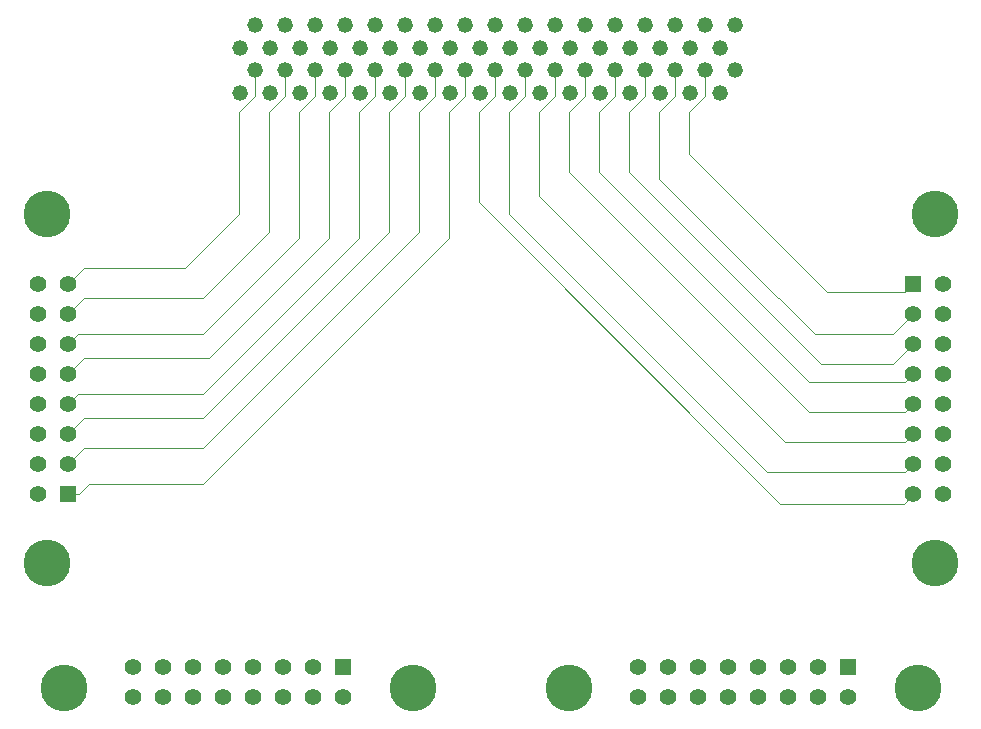
<source format=gbr>
%TF.GenerationSoftware,KiCad,Pcbnew,7.0.5-0*%
%TF.CreationDate,2023-07-18T13:45:42-04:00*%
%TF.ProjectId,quad_sipm,71756164-5f73-4697-906d-2e6b69636164,rev?*%
%TF.SameCoordinates,Original*%
%TF.FileFunction,Copper,L2,Inr*%
%TF.FilePolarity,Positive*%
%FSLAX46Y46*%
G04 Gerber Fmt 4.6, Leading zero omitted, Abs format (unit mm)*
G04 Created by KiCad (PCBNEW 7.0.5-0) date 2023-07-18 13:45:42*
%MOMM*%
%LPD*%
G01*
G04 APERTURE LIST*
%TA.AperFunction,ComponentPad*%
%ADD10R,1.397000X1.397000*%
%TD*%
%TA.AperFunction,ComponentPad*%
%ADD11C,1.397000*%
%TD*%
%TA.AperFunction,ComponentPad*%
%ADD12C,3.962400*%
%TD*%
%TA.AperFunction,ComponentPad*%
%ADD13C,1.320800*%
%TD*%
%TA.AperFunction,Conductor*%
%ADD14C,0.068580*%
%TD*%
G04 APERTURE END LIST*
D10*
%TO.N,/31-*%
%TO.C,U3*%
X130352800Y-116052600D03*
D11*
%TO.N,/31+*%
X130352800Y-118592600D03*
%TO.N,/30-*%
X127812800Y-116052600D03*
%TO.N,/30+*%
X127812800Y-118592600D03*
%TO.N,/29-*%
X125272800Y-116052600D03*
%TO.N,/29+*%
X125272800Y-118592600D03*
%TO.N,/28-*%
X122732800Y-116052600D03*
%TO.N,/28+*%
X122732800Y-118592600D03*
%TO.N,/27-*%
X120192800Y-116052600D03*
%TO.N,/27+*%
X120192800Y-118592600D03*
%TO.N,/26-*%
X117652800Y-116052600D03*
%TO.N,/26+*%
X117652800Y-118592600D03*
%TO.N,/25-*%
X115112800Y-116052600D03*
%TO.N,/25+*%
X115112800Y-118592600D03*
%TO.N,/24-*%
X112572800Y-116052600D03*
%TO.N,/24+*%
X112572800Y-118592600D03*
D12*
%TO.N,N/C*%
X136245600Y-117856000D03*
X106680000Y-117856000D03*
%TD*%
D10*
%TO.N,/15-*%
%TO.C,U4*%
X135864600Y-83616800D03*
D11*
%TO.N,/15+*%
X138404600Y-83616800D03*
%TO.N,/14-*%
X135864600Y-86156800D03*
%TO.N,/14+*%
X138404600Y-86156800D03*
%TO.N,/13-*%
X135864600Y-88696800D03*
%TO.N,/13+*%
X138404600Y-88696800D03*
%TO.N,/12-*%
X135864600Y-91236800D03*
%TO.N,/12+*%
X138404600Y-91236800D03*
%TO.N,/11-*%
X135864600Y-93776800D03*
%TO.N,/11+*%
X138404600Y-93776800D03*
%TO.N,/10-*%
X135864600Y-96316800D03*
%TO.N,/10+*%
X138404600Y-96316800D03*
%TO.N,/9-*%
X135864600Y-98856800D03*
%TO.N,/9+*%
X138404600Y-98856800D03*
%TO.N,/8-*%
X135864600Y-101396800D03*
%TO.N,/8+*%
X138404600Y-101396800D03*
D12*
%TO.N,N/C*%
X137668000Y-77724000D03*
X137668000Y-107289600D03*
%TD*%
%TO.N,N/C*%
%TO.C,U2*%
X63906400Y-117856000D03*
X93472000Y-117856000D03*
D11*
%TO.N,/16+*%
X69799200Y-118592600D03*
%TO.N,/16-*%
X69799200Y-116052600D03*
%TO.N,/17+*%
X72339200Y-118592600D03*
%TO.N,/17-*%
X72339200Y-116052600D03*
%TO.N,/18+*%
X74879200Y-118592600D03*
%TO.N,/18-*%
X74879200Y-116052600D03*
%TO.N,/19+*%
X77419200Y-118592600D03*
%TO.N,/19-*%
X77419200Y-116052600D03*
%TO.N,/20+*%
X79959200Y-118592600D03*
%TO.N,/20-*%
X79959200Y-116052600D03*
%TO.N,/21+*%
X82499200Y-118592600D03*
%TO.N,/21-*%
X82499200Y-116052600D03*
%TO.N,/22+*%
X85039200Y-118592600D03*
%TO.N,/22-*%
X85039200Y-116052600D03*
%TO.N,/23+*%
X87579200Y-118592600D03*
D10*
%TO.N,/23-*%
X87579200Y-116052600D03*
%TD*%
%TO.N,/7-*%
%TO.C,U1*%
X64287400Y-101396800D03*
D11*
%TO.N,/7+*%
X61747400Y-101396800D03*
%TO.N,/6-*%
X64287400Y-98856800D03*
%TO.N,/6+*%
X61747400Y-98856800D03*
%TO.N,/5-*%
X64287400Y-96316800D03*
%TO.N,/5+*%
X61747400Y-96316800D03*
%TO.N,/4-*%
X64287400Y-93776800D03*
%TO.N,/4+*%
X61747400Y-93776800D03*
%TO.N,/3-*%
X64287400Y-91236800D03*
%TO.N,/3+*%
X61747400Y-91236800D03*
%TO.N,/2-*%
X64287400Y-88696800D03*
%TO.N,/2+*%
X61747400Y-88696800D03*
%TO.N,/1-*%
X64287400Y-86156800D03*
%TO.N,/1+*%
X61747400Y-86156800D03*
%TO.N,/0-*%
X64287400Y-83616800D03*
%TO.N,/0+*%
X61747400Y-83616800D03*
D12*
%TO.N,N/C*%
X62484000Y-107289600D03*
X62484000Y-77724000D03*
%TD*%
D13*
%TO.N,/0+*%
%TO.C,J1*%
X78867000Y-67437000D03*
%TO.N,/16+*%
X78867000Y-63627000D03*
%TO.N,/0-*%
X80137000Y-65532000D03*
%TO.N,/16-*%
X80137000Y-61722000D03*
%TO.N,/1+*%
X81407000Y-67437000D03*
%TO.N,/17+*%
X81407000Y-63627000D03*
%TO.N,/1-*%
X82677000Y-65532000D03*
%TO.N,/17-*%
X82677000Y-61722000D03*
%TO.N,/2+*%
X83947000Y-67437000D03*
%TO.N,/18+*%
X83947000Y-63627000D03*
%TO.N,/2-*%
X85217000Y-65532000D03*
%TO.N,/18-*%
X85217000Y-61722000D03*
%TO.N,/3+*%
X86487000Y-67437000D03*
%TO.N,/19+*%
X86487000Y-63627000D03*
%TO.N,/3-*%
X87757000Y-65532000D03*
%TO.N,/19-*%
X87757000Y-61722000D03*
%TO.N,/4+*%
X89027000Y-67437000D03*
%TO.N,/20+*%
X89027000Y-63627000D03*
%TO.N,/4-*%
X90297000Y-65532000D03*
%TO.N,/20-*%
X90297000Y-61722000D03*
%TO.N,/5+*%
X91567000Y-67437000D03*
%TO.N,/21+*%
X91567000Y-63627000D03*
%TO.N,/5-*%
X92837000Y-65532000D03*
%TO.N,/21-*%
X92837000Y-61722000D03*
%TO.N,/6+*%
X94107000Y-67437000D03*
%TO.N,/22+*%
X94107000Y-63627000D03*
%TO.N,/6-*%
X95377000Y-65532000D03*
%TO.N,/22-*%
X95377000Y-61722000D03*
%TO.N,/7+*%
X96647000Y-67437000D03*
%TO.N,/23+*%
X96647000Y-63627000D03*
%TO.N,/7-*%
X97917000Y-65532000D03*
%TO.N,/23-*%
X97917000Y-61722000D03*
%TO.N,/8+*%
X99187000Y-67437000D03*
%TO.N,/24+*%
X99187000Y-63627000D03*
%TO.N,/8-*%
X100457000Y-65532000D03*
%TO.N,/24-*%
X100457000Y-61722000D03*
%TO.N,/9+*%
X101727000Y-67437000D03*
%TO.N,/25+*%
X101727000Y-63627000D03*
%TO.N,/9-*%
X102997000Y-65532000D03*
%TO.N,/25-*%
X102997000Y-61722000D03*
%TO.N,/10+*%
X104267000Y-67437000D03*
%TO.N,/26+*%
X104267000Y-63627000D03*
%TO.N,/10-*%
X105537000Y-65532000D03*
%TO.N,/26-*%
X105537000Y-61722000D03*
%TO.N,/11+*%
X106807000Y-67437000D03*
%TO.N,/27+*%
X106807000Y-63627000D03*
%TO.N,/11-*%
X108077000Y-65532000D03*
%TO.N,/27-*%
X108077000Y-61722000D03*
%TO.N,/12+*%
X109347000Y-67437000D03*
%TO.N,/28+*%
X109347000Y-63627000D03*
%TO.N,/12-*%
X110617000Y-65532000D03*
%TO.N,/28-*%
X110617000Y-61722000D03*
%TO.N,/13+*%
X111887000Y-67437000D03*
%TO.N,/29+*%
X111887000Y-63627000D03*
%TO.N,/13-*%
X113157000Y-65532000D03*
%TO.N,/29-*%
X113157000Y-61722000D03*
%TO.N,/14+*%
X114427000Y-67437000D03*
%TO.N,/30+*%
X114427000Y-63627000D03*
%TO.N,/14-*%
X115697000Y-65532000D03*
%TO.N,/30-*%
X115697000Y-61722000D03*
%TO.N,/15+*%
X116967000Y-67437000D03*
%TO.N,/31+*%
X116967000Y-63627000D03*
%TO.N,/15-*%
X118237000Y-65532000D03*
%TO.N,/31-*%
X118237000Y-61722000D03*
%TO.N,unconnected-(J1-Pad65)*%
X119507000Y-67437000D03*
%TO.N,unconnected-(J1-Pad66)*%
X119507000Y-63627000D03*
%TO.N,unconnected-(J1-Pad67)*%
X120777000Y-65532000D03*
%TO.N,unconnected-(J1-Pad68)*%
X120777000Y-61722000D03*
%TD*%
D14*
%TO.N,/8-*%
X124587000Y-102235000D02*
X135026400Y-102235000D01*
X100457000Y-67691000D02*
X99060000Y-69088000D01*
X99060000Y-69088000D02*
X99060000Y-76708000D01*
X99060000Y-76708000D02*
X124587000Y-102235000D01*
X100457000Y-65532000D02*
X100457000Y-67691000D01*
X135026400Y-102235000D02*
X135864600Y-101396800D01*
%TO.N,/9-*%
X123444000Y-99568000D02*
X135153400Y-99568000D01*
X102997000Y-67691000D02*
X101600000Y-69088000D01*
X101600000Y-77724000D02*
X123444000Y-99568000D01*
X101600000Y-69088000D02*
X101600000Y-77724000D01*
X102997000Y-65532000D02*
X102997000Y-67691000D01*
X135153400Y-99568000D02*
X135864600Y-98856800D01*
%TO.N,/10-*%
X105537000Y-65532000D02*
X105537000Y-67691000D01*
X135153400Y-97028000D02*
X135864600Y-96316800D01*
X105537000Y-67691000D02*
X104140000Y-69088000D01*
X104140000Y-69088000D02*
X104140000Y-76200000D01*
X104140000Y-76200000D02*
X124968000Y-97028000D01*
X124968000Y-97028000D02*
X135153400Y-97028000D01*
%TO.N,/11-*%
X108077000Y-65532000D02*
X108077000Y-67691000D01*
X108077000Y-67691000D02*
X106680000Y-69088000D01*
X106680000Y-74168000D02*
X127000000Y-94488000D01*
X106680000Y-69088000D02*
X106680000Y-74168000D01*
X127000000Y-94488000D02*
X135153400Y-94488000D01*
X135153400Y-94488000D02*
X135864600Y-93776800D01*
%TO.N,/12-*%
X110617000Y-65532000D02*
X110617000Y-67691000D01*
X109220000Y-69088000D02*
X109220000Y-74168000D01*
X110617000Y-67691000D02*
X109220000Y-69088000D01*
X109220000Y-74168000D02*
X127000000Y-91948000D01*
X127000000Y-91948000D02*
X135153400Y-91948000D01*
X135153400Y-91948000D02*
X135864600Y-91236800D01*
%TO.N,/13-*%
X113157000Y-65532000D02*
X113157000Y-67691000D01*
X113157000Y-67691000D02*
X111760000Y-69088000D01*
X111760000Y-69088000D02*
X111760000Y-74168000D01*
X111760000Y-74168000D02*
X128016000Y-90424000D01*
X128016000Y-90424000D02*
X134137400Y-90424000D01*
X134137400Y-90424000D02*
X135864600Y-88696800D01*
%TO.N,/14-*%
X115697000Y-65532000D02*
X115697000Y-67691000D01*
X124460000Y-84836000D02*
X127508000Y-87884000D01*
X115697000Y-67691000D02*
X114300000Y-69088000D01*
X114300000Y-69088000D02*
X114300000Y-74717200D01*
X114300000Y-74717200D02*
X124418800Y-84836000D01*
X124418800Y-84836000D02*
X124460000Y-84836000D01*
X127508000Y-87884000D02*
X134137400Y-87884000D01*
X134137400Y-87884000D02*
X135864600Y-86156800D01*
%TO.N,/15-*%
X118237000Y-65532000D02*
X118237000Y-67691000D01*
X116840000Y-69088000D02*
X116840000Y-72644000D01*
X128524000Y-84328000D02*
X135153400Y-84328000D01*
X135153400Y-84328000D02*
X135864600Y-83616800D01*
X118237000Y-67691000D02*
X116840000Y-69088000D01*
X116840000Y-72644000D02*
X128524000Y-84328000D01*
%TO.N,/7-*%
X97917000Y-65532000D02*
X97917000Y-67691000D01*
X97917000Y-67691000D02*
X96520000Y-69088000D01*
X66040000Y-100584000D02*
X65227200Y-101396800D01*
X96520000Y-69088000D02*
X96520000Y-79756000D01*
X96520000Y-79756000D02*
X75692000Y-100584000D01*
X75692000Y-100584000D02*
X66040000Y-100584000D01*
X65227200Y-101396800D02*
X64287400Y-101396800D01*
%TO.N,/6-*%
X95377000Y-65532000D02*
X95377000Y-67691000D01*
X95377000Y-67691000D02*
X93980000Y-69088000D01*
X93980000Y-69088000D02*
X93980000Y-79248000D01*
X93980000Y-79248000D02*
X75692000Y-97536000D01*
X75692000Y-97536000D02*
X65608200Y-97536000D01*
X65608200Y-97536000D02*
X64287400Y-98856800D01*
%TO.N,/5-*%
X92837000Y-65532000D02*
X92837000Y-67691000D01*
X75692000Y-94996000D02*
X65608200Y-94996000D01*
X92837000Y-67691000D02*
X91440000Y-69088000D01*
X91440000Y-79248000D02*
X75692000Y-94996000D01*
X91440000Y-69088000D02*
X91440000Y-79248000D01*
X65608200Y-94996000D02*
X64287400Y-96316800D01*
%TO.N,/4-*%
X90297000Y-65532000D02*
X90297000Y-67691000D01*
X90297000Y-67691000D02*
X88900000Y-69088000D01*
X88900000Y-69088000D02*
X88900000Y-79756000D01*
X75692000Y-92964000D02*
X65100200Y-92964000D01*
X88900000Y-79756000D02*
X75692000Y-92964000D01*
X65100200Y-92964000D02*
X64287400Y-93776800D01*
%TO.N,/3-*%
X87757000Y-67691000D02*
X86360000Y-69088000D01*
X86360000Y-69088000D02*
X86360000Y-79756000D01*
X86360000Y-79756000D02*
X76200000Y-89916000D01*
X76200000Y-89916000D02*
X65608200Y-89916000D01*
X87757000Y-65532000D02*
X87757000Y-67691000D01*
X65608200Y-89916000D02*
X64287400Y-91236800D01*
%TO.N,/2-*%
X85217000Y-65532000D02*
X85217000Y-67691000D01*
X83820000Y-79756000D02*
X75692000Y-87884000D01*
X85217000Y-67691000D02*
X83820000Y-69088000D01*
X83820000Y-69088000D02*
X83820000Y-79756000D01*
X75692000Y-87884000D02*
X65100200Y-87884000D01*
X65100200Y-87884000D02*
X64287400Y-88696800D01*
%TO.N,/1-*%
X82677000Y-65532000D02*
X82677000Y-67691000D01*
X81280000Y-79248000D02*
X75692000Y-84836000D01*
X75692000Y-84836000D02*
X65608200Y-84836000D01*
X82677000Y-67691000D02*
X81280000Y-69088000D01*
X81280000Y-69088000D02*
X81280000Y-79248000D01*
X65608200Y-84836000D02*
X64287400Y-86156800D01*
%TO.N,/0-*%
X64287400Y-83616800D02*
X65608200Y-82296000D01*
X65608200Y-82296000D02*
X74168000Y-82296000D01*
X74168000Y-82296000D02*
X78740000Y-77724000D01*
X78740000Y-77724000D02*
X78740000Y-69088000D01*
X80137000Y-67691000D02*
X80137000Y-65532000D01*
X78740000Y-69088000D02*
X80137000Y-67691000D01*
%TD*%
M02*

</source>
